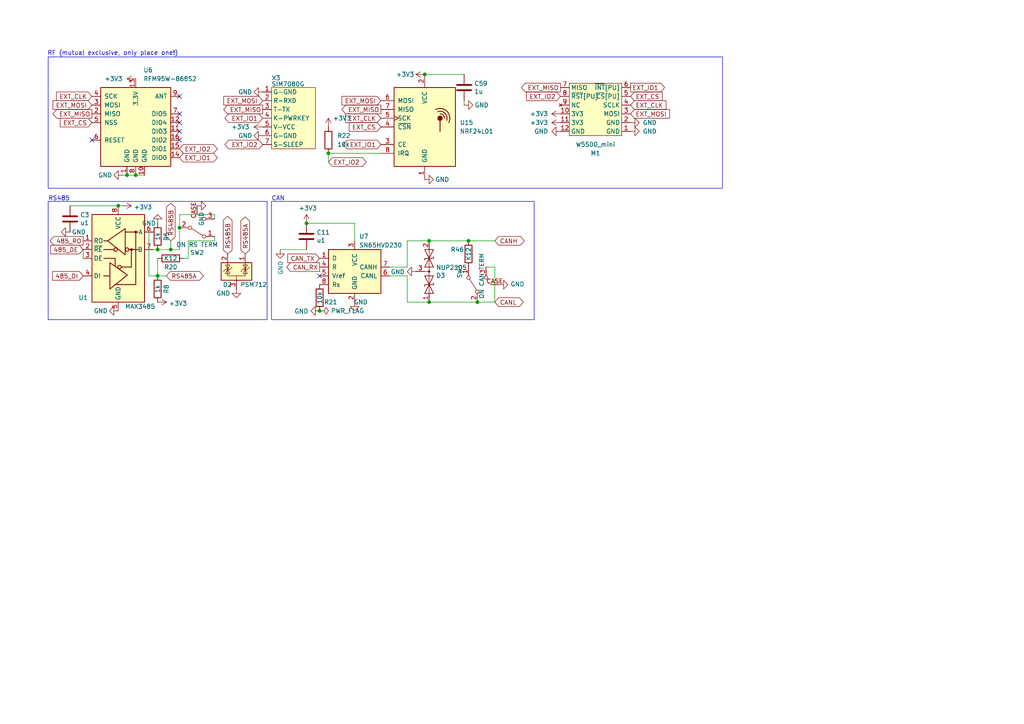
<source format=kicad_sch>
(kicad_sch (version 20231120) (generator "eeschema") (generator_version "8.0")
  (paper "A4")
  (title_block (title "lab@home") (date "2024-08-19") (rev "15.1") (company "Klaus Liebler"))
  (lib_symbols
    (symbol "Device:C" (pin_numbers hide) (pin_names (offset 0.254))
      (property "Reference" "C" (at 0.635 2.54 0))
      (property "Value" "C" (at 0.635 -2.54 0))
      (symbol "C_0_1"
        (polyline (pts (xy -2.032 -0.762) (xy 2.032 -0.762)) (stroke (width 0.508)))
        (polyline (pts (xy -2.032 0.762) (xy 2.032 0.762)) (stroke (width 0.508)))
      )
      (symbol "C_1_1"
        (pin passive line (at 0 3.81 270) (length 2.794) (name "~") (number "1"))
        (pin passive line (at 0 -3.81 90) (length 2.794) (name "~") (number "2"))
      )
    )
    (symbol "Device:R" (pin_numbers hide) (pin_names (offset 0))
      (property "Reference" "R" (at 2.032 0 90))
      (property "Value" "R" (at 0 0 90))
      (symbol "R_0_1"
        (rectangle (start -1.016 -2.54) (end 1.016 2.54) (stroke (width 0.254)))
      )
      (symbol "R_1_1"
        (pin passive line (at 0 3.81 270) (length 1.27) (name "~") (number "1"))
        (pin passive line (at 0 -3.81 90) (length 1.27) (name "~") (number "2"))
      )
    )
    (symbol "Diode:SM712_SOT23" (pin_names (offset 1.016) hide)
      (property "Reference" "D" (at 0 4.445 0))
      (property "Value" "SM712_SOT23" (at 0 2.54 0))
      (symbol "SM712_SOT23_0_0"
        (polyline (pts (xy 0 -1.27) (xy 0 0)))
      )
      (symbol "SM712_SOT23_0_1"
        (polyline (pts (xy -6.35 0) (xy 6.35 0)))
        (polyline (pts (xy -3.302 1.27) (xy -3.81 1.27) (xy -3.81 -1.27) (xy -4.318 -1.27)) (stroke (width 0.2032)))
        (polyline (pts (xy 4.318 1.27) (xy 3.81 1.27) (xy 3.81 -1.27) (xy 3.302 -1.27)) (stroke (width 0.2032)))
        (polyline (pts (xy -6.35 -1.27) (xy -1.27 1.27) (xy -1.27 -1.27) (xy -6.35 1.27) (xy -6.35 -1.27)) (stroke (width 0.2032)))
        (polyline (pts (xy 1.27 -1.27) (xy 1.27 1.27) (xy 6.35 -1.27) (xy 6.35 1.27) (xy 1.27 -1.27)) (stroke (width 0.2032)))
        (circle (center 0 0) (radius 0.254) (fill (type outline)))
      )
      (symbol "SM712_SOT23_1_1"
        (pin passive line (at -8.89 0 0) (length 2.54) (name "A1") (number "1"))
        (pin passive line (at 8.89 0 180) (length 2.54) (name "A2") (number "2"))
        (pin input line (at 0 -3.81 90) (length 2.54) (name "common") (number "3"))
      )
    )
    (symbol "Interface_CAN_LIN:SN65HVD230" (pin_names (offset 1.016))
      (property "Reference" "U" (at -2.54 10.16 0))
      (property "Value" "SN65HVD230" (at -2.54 7.62 0))
      (symbol "SN65HVD230_0_1"
        (rectangle (start -7.62 5.08) (end 7.62 -7.62) (stroke (width 0.254)) (fill (type background)))
      )
      (symbol "SN65HVD230_1_1"
        (pin input line (at -10.16 2.54 0) (length 2.54) (name "D") (number "1"))
        (pin power_in line (at 0 -10.16 90) (length 2.54) (name "GND") (number "2"))
        (pin power_in line (at 0 7.62 270) (length 2.54) (name "VCC") (number "3"))
        (pin output line (at -10.16 0 0) (length 2.54) (name "R") (number "4"))
        (pin output line (at -10.16 -2.54 0) (length 2.54) (name "Vref") (number "5"))
        (pin bidirectional line (at 10.16 -2.54 180) (length 2.54) (name "CANL") (number "6"))
        (pin bidirectional line (at 10.16 0 180) (length 2.54) (name "CANH") (number "7"))
        (pin input line (at -10.16 -5.08 0) (length 2.54) (name "Rs") (number "8"))
      )
    )
    (symbol "Interface_UART:MAX3485"
      (property "Reference" "U" (at -6.985 13.97 0))
      (property "Value" "MAX3485" (at 1.905 13.97 0))
      (symbol "MAX3485_0_1"
        (rectangle (start -7.62 12.7) (end 7.62 -12.7) (stroke (width 0.254)) (fill (type background)))
        (polyline (pts (xy -4.191 2.54) (xy -1.27 2.54)) (stroke (width 0.254)))
        (polyline (pts (xy -2.54 -5.08) (xy -4.191 -5.08)) (stroke (width 0.254)))
        (polyline (pts (xy -0.635 -7.62) (xy 5.08 -7.62)) (stroke (width 0.254)))
        (polyline (pts (xy 0.889 -2.54) (xy 3.81 -2.54)) (stroke (width 0.254)))
        (polyline (pts (xy 2.032 7.62) (xy 5.715 7.62)) (stroke (width 0.254)))
        (polyline (pts (xy 3.048 2.54) (xy 5.715 2.54)) (stroke (width 0.254)))
        (polyline (pts (xy 3.81 -2.54) (xy 3.81 2.54)) (stroke (width 0.254)))
        (polyline (pts (xy 5.08 -7.62) (xy 5.08 7.62)) (stroke (width 0.254)))
        (polyline (pts (xy -4.191 0) (xy -0.889 0) (xy -0.889 -2.286)) (stroke (width 0.254)))
        (polyline (pts (xy -3.175 5.08) (xy -4.191 5.08) (xy -4.064 5.08)) (stroke (width 0.254)))
        (polyline (pts (xy -2.413 -5.08) (xy -2.413 -1.27) (xy 2.667 -4.826) (xy -2.413 -8.89) (xy -2.413 -5.08)) (stroke (width 0.254)))
        (circle (center 0.381 -2.54) (radius 0.508) (stroke (width 0.254)))
        (circle (center 3.81 2.54) (radius 0.2794) (stroke (width 0.254)) (fill (type outline)))
      )
      (symbol "MAX3485_1_1"
        (circle (center -0.762 2.54) (radius 0.508) (stroke (width 0.254)))
        (polyline (pts (xy 2.032 4.826) (xy 2.032 8.636) (xy -3.048 5.08) (xy 2.032 1.016) (xy 2.032 4.826)) (stroke (width 0.254)))
        (circle (center 2.54 2.54) (radius 0.508) (stroke (width 0.254)))
        (circle (center 5.08 7.62) (radius 0.2794) (stroke (width 0.254)) (fill (type outline)))
        (pin output line (at -10.16 5.08 0) (length 2.54) (name "RO") (number "1"))
        (pin input line (at -10.16 2.54 0) (length 2.54) (name "~{RE}") (number "2"))
        (pin input line (at -10.16 0 0) (length 2.54) (name "DE") (number "3"))
        (pin input line (at -10.16 -5.08 0) (length 2.54) (name "DI") (number "4"))
        (pin power_in line (at 0 -15.24 90) (length 2.54) (name "GND") (number "5"))
        (pin bidirectional line (at 10.16 7.62 180) (length 2.54) (name "A") (number "6"))
        (pin bidirectional line (at 10.16 2.54 180) (length 2.54) (name "B") (number "7"))
        (pin power_in line (at 0 15.24 270) (length 2.54) (name "VCC") (number "8"))
      )
    )
    (symbol "Power_Protection:NUP2105L" (pin_names hide)
      (property "Reference" "D" (at 5.715 2.54 0))
      (property "Value" "NUP2105L" (at 5.715 0.635 0))
      (symbol "NUP2105L_0_0"
        (pin passive line (at 0 -5.08 90) (length 2.54) (name "A") (number "3"))
      )
      (symbol "NUP2105L_0_1"
        (rectangle (start -4.445 2.54) (end 4.445 -2.54) (stroke (width 0.254)) (fill (type background)))
        (polyline (pts (xy -2.54 2.54) (xy -2.54 0.635)))
        (polyline (pts (xy 0 -1.27) (xy 0 -2.54)))
        (polyline (pts (xy 2.54 2.54) (xy 2.54 0.635)))
        (polyline (pts (xy -3.81 1.27) (xy -3.175 0.635) (xy -1.905 0.635) (xy -1.27 0)))
        (polyline (pts (xy -2.54 0.635) (xy -2.54 -1.27) (xy 2.54 -1.27) (xy 2.54 0.635)))
        (polyline (pts (xy -2.54 0.635) (xy -1.905 -0.635) (xy -3.175 -0.635) (xy -2.54 0.635)))
        (polyline (pts (xy 2.54 0.635) (xy 1.905 -0.635) (xy 3.175 -0.635) (xy 2.54 0.635)))
        (polyline (pts (xy 2.54 0.635) (xy 3.175 1.905) (xy 1.905 1.905) (xy 2.54 0.635)))
        (polyline (pts (xy -2.54 0.635) (xy -3.175 1.905) (xy -1.905 1.905) (xy -2.54 0.635) (xy -2.54 1.27)))
        (polyline (pts (xy 1.27 1.27) (xy 1.905 0.635) (xy 2.54 0.635) (xy 3.175 0.635) (xy 3.81 0)))
      )
      (symbol "NUP2105L_1_1"
        (pin passive line (at -2.54 5.08 270) (length 2.54) (name "K") (number "1"))
        (pin passive line (at 2.54 5.08 270) (length 2.54) (name "K") (number "2"))
      )
    )
    (symbol "RF:NRF24L01_Breakout" (pin_names (offset 1.016))
      (property "Reference" "U" (at -8.89 12.7 0))
      (property "Value" "NRF24L01_Breakout" (at 3.81 12.7 0))
      (symbol "NRF24L01_Breakout_0_1"
        (rectangle (start -8.89 11.43) (end 8.89 -11.43) (stroke (width 0.254)) (fill (type background)))
        (polyline (pts (xy 4.445 1.905) (xy 4.445 -1.27)) (stroke (width 0.254)))
        (circle (center 4.445 2.54) (radius 0.635) (stroke (width 0.254)) (fill (type outline)))
        (arc (start 5.715 2.54) (mid 5.3521 3.4546) (end 4.445 3.81) (stroke (width 0.254)))
        (arc (start 6.35 1.905) (mid 5.8763 3.9854) (end 3.81 4.445) (stroke (width 0.254)))
        (arc (start 6.985 1.27) (mid 6.453 4.548) (end 3.175 5.08) (stroke (width 0.254)))
      )
      (symbol "NRF24L01_Breakout_1_1"
        (pin power_in line (at 0 -15.24 90) (length 3.81) (name "GND") (number "1"))
        (pin power_in line (at 0 15.24 270) (length 3.81) (name "VCC") (number "2"))
        (pin input line (at -12.7 -5.08 0) (length 3.81) (name "CE") (number "3"))
        (pin input line (at -12.7 0 0) (length 3.81) (name "~{CSN}") (number "4"))
        (pin input clock (at -12.7 2.54 0) (length 3.81) (name "SCK") (number "5"))
        (pin input line (at -12.7 7.62 0) (length 3.81) (name "MOSI") (number "6"))
        (pin output line (at -12.7 5.08 0) (length 3.81) (name "MISO") (number "7"))
        (pin output line (at -12.7 -7.62 0) (length 3.81) (name "IRQ") (number "8"))
      )
    )
    (symbol "RF_Module:RFM95W-868S2" (pin_names (offset 1.016))
      (property "Reference" "U" (at -10.414 11.684 0))
      (property "Value" "RFM95W-868S2" (at 1.524 11.43 0))
      (symbol "RFM95W-868S2_0_1"
        (rectangle (start -10.16 10.16) (end 10.16 -12.7) (stroke (width 0.254)) (fill (type background)))
      )
      (symbol "RFM95W-868S2_1_1"
        (pin power_in line (at -2.54 -15.24 90) (length 2.54) (name "GND") (number "1"))
        (pin power_in line (at 2.54 -15.24 90) (length 2.54) (name "GND") (number "10"))
        (pin bidirectional line (at 12.7 -2.54 180) (length 2.54) (name "DIO3") (number "11"))
        (pin bidirectional line (at 12.7 0 180) (length 2.54) (name "DIO4") (number "12"))
        (pin power_in line (at 0 12.7 270) (length 2.54) (name "3.3V") (number "13"))
        (pin bidirectional line (at 12.7 -10.16 180) (length 2.54) (name "DIO0") (number "14"))
        (pin bidirectional line (at 12.7 -7.62 180) (length 2.54) (name "DIO1") (number "15"))
        (pin bidirectional line (at 12.7 -5.08 180) (length 2.54) (name "DIO2") (number "16"))
        (pin output line (at -12.7 2.54 0) (length 2.54) (name "MISO") (number "2"))
        (pin input line (at -12.7 5.08 0) (length 2.54) (name "MOSI") (number "3"))
        (pin input line (at -12.7 7.62 0) (length 2.54) (name "SCK") (number "4"))
        (pin input line (at -12.7 0 0) (length 2.54) (name "NSS") (number "5"))
        (pin bidirectional line (at -12.7 -5.08 0) (length 2.54) (name "RESET") (number "6"))
        (pin bidirectional line (at 12.7 2.54 180) (length 2.54) (name "DIO5") (number "7"))
        (pin power_in line (at 0 -15.24 90) (length 2.54) (name "GND") (number "8"))
        (pin bidirectional line (at 12.7 7.62 180) (length 2.54) (name "ANT") (number "9"))
      )
    )
    (symbol "liebler_MECH:SW_SPDT_with_Case" (pin_names (offset 0) hide)
      (property "Reference" "SW1" (at 0 7.62 0))
      (property "Value" "SW_SPDT_with_Case" (at 0 5.08 0))
      (symbol "SW_SPDT_with_Case_0_0"
        (circle (center -2.032 0) (radius 0.508))
        (circle (center 2.032 -2.54) (radius 0.508))
      )
      (symbol "SW_SPDT_with_Case_0_1"
        (polyline (pts (xy -1.524 0.254) (xy 1.651 2.286)))
        (circle (center 2.032 2.54) (radius 0.508))
      )
      (symbol "SW_SPDT_with_Case_1_1"
        (pin passive line (at 5.08 2.54 180) (length 2.54) (name "A") (number "1"))
        (pin passive line (at -5.08 0 0) (length 2.54) (name "B") (number "2"))
        (pin passive line (at 5.08 -2.54 180) (length 2.54) (name "C") (number "3"))
        (pin passive line (at 0 -6.35 90) (length 2.54) (name "CASE") (number "CASE"))
      )
    )
    (symbol "liebler_MODULES:SIM7080G_AND_MODULE"
      (property "Reference" "X" (at 0 10.16 0))
      (property "Value" "SIM7080G_AND_MODULE" (at 0 12.7 0))
      (symbol "SIM7080G_AND_MODULE_0_1"
        (rectangle (start -6.35 8.89) (end 6.35 -8.89) (fill (type background)))
      )
      (symbol "SIM7080G_AND_MODULE_1_1"
        (pin power_in line (at -8.89 7.62 0) (length 2.54) (name "G-GND") (number "1"))
        (pin input line (at -8.89 5.08 0) (length 2.54) (name "R-RXD") (number "2"))
        (pin output line (at -8.89 2.54 0) (length 2.54) (name "T-TX") (number "3"))
        (pin input line (at -8.89 0 0) (length 2.54) (name "K-PWRKEY") (number "4"))
        (pin power_in line (at -8.89 -2.54 0) (length 2.54) (name "V-VCC") (number "5"))
        (pin power_in line (at -8.89 -5.08 0) (length 2.54) (name "G-GND") (number "6"))
        (pin power_in line (at -8.89 -7.62 0) (length 2.54) (name "S-SLEEP") (number "7"))
      )
    )
    (symbol "liebler_MODULES:W5500_mini"
      (property "Reference" "M" (at 0 11.43 0))
      (property "Value" "W5500_mini" (at 0 8.89 0))
      (symbol "W5500_mini_0_1"
        (rectangle (start -7.62 7.62) (end 7.62 -7.62) (fill (type background)))
      )
      (symbol "W5500_mini_1_1"
        (pin power_in line (at -10.16 6.35 0) (length 2.54) (name "GND") (number "1"))
        (pin power_in line (at 10.16 1.27 180) (length 2.54) (name "3V3") (number "10"))
        (pin power_in line (at 10.16 3.81 180) (length 2.54) (name "3V3") (number "11"))
        (pin power_in line (at 10.16 6.35 180) (length 2.54) (name "GND") (number "12"))
        (pin power_in line (at -10.16 3.81 0) (length 2.54) (name "GND") (number "2"))
        (pin input line (at -10.16 1.27 0) (length 2.54) (name "MOSI") (number "3"))
        (pin input line (at -10.16 -1.27 0) (length 2.54) (name "SCLK") (number "4"))
        (pin input line (at -10.16 -3.81 0) (length 2.54) (name "~{CS}[PU]") (number "5"))
        (pin output line (at -10.16 -6.35 0) (length 2.54) (name "~{INT}[PU]") (number "6"))
        (pin output line (at 10.16 -6.35 180) (length 2.54) (name "MISO") (number "7"))
        (pin input line (at 10.16 -3.81 180) (length 2.54) (name "~{RST}[PU]") (number "8"))
        (pin no_connect line (at 10.16 -1.27 180) (length 2.54) (name "NC") (number "9"))
      )
    )
    (symbol "power:+3V3" (power) (pin_numbers hide) (pin_names (offset 0) hide)
      (property "Value" "+3V3" (at 0 3.556 0))
      (symbol "+3V3_0_1"
        (polyline (pts (xy -0.762 1.27) (xy 0 2.54)))
        (polyline (pts (xy 0 0) (xy 0 2.54)))
        (polyline (pts (xy 0 2.54) (xy 0.762 1.27)))
      )
      (symbol "+3V3_1_1"
        (pin power_in line (at 0 0 90) (length 0) (name "~") (number "1"))
      )
    )
    (symbol "power:GND" (power) (pin_numbers hide) (pin_names (offset 0) hide)
      (property "Value" "GND" (at 0 -3.81 0))
      (symbol "GND_0_1"
        (polyline (pts (xy 0 0) (xy 0 -1.27) (xy 1.27 -1.27) (xy 0 -2.54) (xy -1.27 -1.27) (xy 0 -1.27)))
      )
      (symbol "GND_1_1"
        (pin power_in line (at 0 0 270) (length 0) (name "~") (number "1"))
      )
    )
    (symbol "power:PWR_FLAG" (power) (pin_numbers hide) (pin_names (offset 0) hide)
      (property "Value" "PWR_FLAG" (at 0 3.81 0))
      (symbol "PWR_FLAG_0_0"
        (pin power_out line (at 0 0 90) (length 0) (name "~") (number "1"))
      )
      (symbol "PWR_FLAG_0_1"
        (polyline (pts (xy 0 0) (xy 0 1.27) (xy -1.016 1.905) (xy 0 2.54) (xy 1.016 1.905) (xy 0 1.27)))
      )
    )
  )
  (junction (at 138.43 87.63))
  (junction (at 95.25 44.45))
  (junction (at 52.07 66.04))
  (junction (at 88.9 64.77))
  (junction (at 123.19 21.59))
  (junction (at 135.89 69.85))
  (junction (at 45.72 80.01))
  (junction (at 49.53 72.39))
  (junction (at 34.29 59.69))
  (junction (at 39.37 50.8))
  (junction (at 36.83 50.8))
  (junction (at 92.71 90.17))
  (junction (at 124.46 87.63))
  (junction (at 45.72 72.39))
  (junction (at 124.46 69.85))
  (no_connect (at 52.07 27.94))
  (no_connect (at 52.07 35.56))
  (no_connect (at 52.07 38.1))
  (no_connect (at 26.67 40.64))
  (no_connect (at 52.07 40.64))
  (no_connect (at 52.07 33.02))
  (no_connect (at 92.71 80.01))
  (wire (pts (xy 54.61 69.85) (xy 54.61 74.93)))
  (wire (pts (xy 49.53 69.85) (xy 49.53 72.39)))
  (wire (pts (xy 35.56 50.8) (xy 36.83 50.8)))
  (wire (pts (xy 88.9 72.39) (xy 81.28 72.39)))
  (wire (pts (xy 43.18 80.01) (xy 43.18 67.31)))
  (wire (pts (xy 124.46 69.85) (xy 135.89 69.85)))
  (wire (pts (xy 52.07 62.23) (xy 62.23 62.23)))
  (wire (pts (xy 45.72 80.01) (xy 45.72 74.93)))
  (wire (pts (xy 143.51 77.47) (xy 143.51 87.63)))
  (wire (pts (xy 138.43 87.63) (xy 143.51 87.63)))
  (wire (pts (xy 113.03 80.01) (xy 118.11 80.01)))
  (wire (pts (xy 36.83 50.8) (xy 39.37 50.8)))
  (wire (pts (xy 95.25 44.45) (xy 95.25 46.99)))
  (wire (pts (xy 135.89 69.85) (xy 143.51 69.85)))
  (wire (pts (xy 49.53 72.39) (xy 52.07 72.39)))
  (wire (pts (xy 62.23 62.23) (xy 62.23 63.5)))
  (wire (pts (xy 43.18 80.01) (xy 45.72 80.01)))
  (wire (pts (xy 48.26 80.01) (xy 45.72 80.01)))
  (wire (pts (xy 49.53 72.39) (xy 45.72 72.39)))
  (wire (pts (xy 88.9 64.77) (xy 102.87 64.77)))
  (wire (pts (xy 124.46 87.63) (xy 138.43 87.63)))
  (wire (pts (xy 95.25 44.45) (xy 110.49 44.45)))
  (wire (pts (xy 118.11 87.63) (xy 124.46 87.63)))
  (wire (pts (xy 43.18 67.31) (xy 44.45 67.31)))
  (wire (pts (xy 118.11 80.01) (xy 118.11 87.63)))
  (wire (pts (xy 134.62 29.21) (xy 134.62 30.48)))
  (wire (pts (xy 118.11 77.47) (xy 113.03 77.47)))
  (wire (pts (xy 124.46 69.85) (xy 118.11 69.85)))
  (wire (pts (xy 54.61 74.93) (xy 53.34 74.93)))
  (wire (pts (xy 123.19 21.59) (xy 134.62 21.59)))
  (wire (pts (xy 52.07 66.04) (xy 52.07 62.23)))
  (wire (pts (xy 20.32 59.69) (xy 34.29 59.69)))
  (wire (pts (xy 140.97 77.47) (xy 143.51 77.47)))
  (wire (pts (xy 62.23 68.58) (xy 62.23 69.85)))
  (wire (pts (xy 45.72 72.39) (xy 44.45 72.39)))
  (wire (pts (xy 52.07 72.39) (xy 52.07 66.04)))
  (wire (pts (xy 39.37 50.8) (xy 41.91 50.8)))
  (wire (pts (xy 102.87 69.85) (xy 102.87 64.77)))
  (wire (pts (xy 118.11 69.85) (xy 118.11 77.47)))
  (wire (pts (xy 24.13 72.39) (xy 24.13 74.93)))
  (wire (pts (xy 62.23 69.85) (xy 54.61 69.85)))
  (wire (pts (xy 34.29 59.69) (xy 35.56 59.69)))
  (rectangle (start 13.97 58.42) (end 77.47 92.71))
  (rectangle (start 13.97 16.51) (end 209.55 54.61))
  (rectangle (start 78.74 58.42) (end 154.94 92.71))
  (text "RF (mutual exclusive, only place one!)" (at 13.716 16.256 0) (effects (font (size 1.27 1.27)) (justify left bottom)))
  (text "RS485" (at 13.97 58.42 0) (effects (font (size 1.27 1.27)) (justify left bottom)))
  (text "CAN" (at 78.74 58.42 0) (effects (font (size 1.27 1.27)) (justify left bottom)))
  (global_label "EXT_IO1" (shape bidirectional) (at 110.49 41.91 180) (property "Intersheetrefs" "${INTERSHEET_REFS}" (effects (hide yes))))
  (global_label "EXT_IO1" (shape bidirectional) (at 52.07 45.72 0) (property "Intersheetrefs" "${INTERSHEET_REFS}" (effects (hide yes))))
  (global_label "EXT_MISO" (shape output) (at 162.56 25.4 180) (property "Intersheetrefs" "${INTERSHEET_REFS}" (effects (hide yes))))
  (global_label "EXT_CS" (shape input) (at 110.49 36.83 180) (property "Intersheetrefs" "${INTERSHEET_REFS}" (effects (hide yes))))
  (global_label "EXT_MISO" (shape output) (at 76.2 31.75 180) (property "Intersheetrefs" "${INTERSHEET_REFS}" (effects (hide yes))))
  (global_label "RS485A" (shape bidirectional) (at 71.12 73.66 90) (property "Intersheetrefs" "${INTERSHEET_REFS}" (effects (hide yes))))
  (global_label "EXT_IO1" (shape output) (at 182.88 25.4 0) (property "Intersheetrefs" "${INTERSHEET_REFS}" (effects (hide yes))))
  (global_label "EXT_CS" (shape input) (at 26.67 35.56 180) (property "Intersheetrefs" "${INTERSHEET_REFS}" (effects (hide yes))))
  (global_label "EXT_CS" (shape input) (at 182.88 27.94 0) (property "Intersheetrefs" "${INTERSHEET_REFS}" (effects (hide yes))))
  (global_label "CAN_TX" (shape input) (at 92.71 74.93 180) (property "Intersheetrefs" "${INTERSHEET_REFS}" (effects (hide yes))))
  (global_label "EXT_IO2" (shape bidirectional) (at 52.07 43.18 0) (property "Intersheetrefs" "${INTERSHEET_REFS}" (effects (hide yes))))
  (global_label "EXT_IO2" (shape bidirectional) (at 76.2 41.91 180) (property "Intersheetrefs" "${INTERSHEET_REFS}" (effects (hide yes))))
  (global_label "EXT_MISO" (shape output) (at 110.49 31.75 180) (property "Intersheetrefs" "${INTERSHEET_REFS}" (effects (hide yes))))
  (global_label "CANH" (shape bidirectional) (at 143.51 69.85 0) (property "Intersheetrefs" "${INTERSHEET_REFS}" (effects (hide yes))))
  (global_label "EXT_MOSI" (shape input) (at 26.67 30.48 180) (property "Intersheetrefs" "${INTERSHEET_REFS}" (effects (hide yes))))
  (global_label "EXT_IO2" (shape bidirectional) (at 95.25 46.99 0) (property "Intersheetrefs" "${INTERSHEET_REFS}" (effects (hide yes))))
  (global_label "RS485B" (shape bidirectional) (at 49.53 69.85 90) (property "Intersheetrefs" "${INTERSHEET_REFS}" (effects (hide yes))))
  (global_label "RS485B" (shape bidirectional) (at 66.04 73.66 90) (property "Intersheetrefs" "${INTERSHEET_REFS}" (effects (hide yes))))
  (global_label "CAN_RX" (shape output) (at 92.71 77.47 180) (property "Intersheetrefs" "${INTERSHEET_REFS}" (effects (hide yes))))
  (global_label "EXT_CLK" (shape input) (at 26.67 27.94 180) (property "Intersheetrefs" "${INTERSHEET_REFS}" (effects (hide yes))))
  (global_label "RS485A" (shape bidirectional) (at 48.26 80.01 0) (property "Intersheetrefs" "${INTERSHEET_REFS}" (effects (hide yes))))
  (global_label "CANL" (shape bidirectional) (at 143.51 87.63 0) (property "Intersheetrefs" "${INTERSHEET_REFS}" (effects (hide yes))))
  (global_label "EXT_MOSI" (shape input) (at 182.88 33.02 0) (property "Intersheetrefs" "${INTERSHEET_REFS}" (effects (hide yes))))
  (global_label "EXT_CLK" (shape input) (at 182.88 30.48 0) (property "Intersheetrefs" "${INTERSHEET_REFS}" (effects (hide yes))))
  (global_label "485_RO" (shape output) (at 24.13 69.85 180) (property "Intersheetrefs" "${INTERSHEET_REFS}" (effects (hide yes))))
  (global_label "EXT_MOSI" (shape input) (at 110.49 29.21 180) (property "Intersheetrefs" "${INTERSHEET_REFS}" (effects (hide yes))))
  (global_label "EXT_MISO" (shape output) (at 26.67 33.02 180) (property "Intersheetrefs" "${INTERSHEET_REFS}" (effects (hide yes))))
  (global_label "485_DI" (shape input) (at 24.13 80.01 180) (property "Intersheetrefs" "${INTERSHEET_REFS}" (effects (hide yes))))
  (global_label "EXT_IO1" (shape bidirectional) (at 76.2 34.29 180) (property "Intersheetrefs" "${INTERSHEET_REFS}" (effects (hide yes))))
  (global_label "EXT_CLK" (shape input) (at 110.49 34.29 180) (property "Intersheetrefs" "${INTERSHEET_REFS}" (effects (hide yes))))
  (global_label "EXT_MOSI" (shape input) (at 76.2 29.21 180) (property "Intersheetrefs" "${INTERSHEET_REFS}" (effects (hide yes))))
  (global_label "EXT_IO2" (shape input) (at 162.56 27.94 180) (property "Intersheetrefs" "${INTERSHEET_REFS}" (effects (hide yes))))
  (global_label "485_DE" (shape input) (at 24.13 72.39 180) (property "Intersheetrefs" "${INTERSHEET_REFS}" (effects (hide yes))))
  (symbol (lib_id "power:PWR_FLAG") (at 92.71 90.17 270) (unit 1)
    (property "Reference" "#FLG01" (effects (hide yes)))
    (property "Value" "PWR_FLAG" (at 95.9612 90.17 90) (effects (justify left)))
    (property "Description" "Special symbol for telling ERC where power comes from" (effects (hide yes)))
  )
  (symbol (lib_id "power:GND") (at 120.65 78.74 270) (unit 1)
    (property "Reference" "#PWR052" (effects (hide yes)))
    (property "Value" "GND" (at 117.3988 78.867 90) (effects (justify right)))
    (property "Description" "Power symbol creates a global label with name \"GND\" , ground" (effects (hide yes)))
  )
  (symbol (lib_id "power:+3V3") (at 88.9 64.77 0) (unit 1)
    (property "Reference" "#PWR041" (effects (hide yes)))
    (property "Value" "+3V3" (at 89.281 60.3758 0))
    (property "Description" "Power symbol creates a global label with name \"+3V3\"" (effects (hide yes)))
  )
  (symbol (lib_id "Device:R") (at 135.89 73.66 180) (unit 1)
    (property "Reference" "R46" (at 134.62 72.39 0) (effects (justify left)))
    (property "Value" "K12" (at 135.89 73.66 90))
    (property "Footprint" "Resistor_SMD:R_1206_3216Metric_Pad1.30x1.75mm_HandSolder" (effects (hide yes)))
  )
  (symbol (lib_id "Diode:SM712_SOT23") (at 124.46 78.74 270) (mirror x) (unit 1)
    (property "Reference" "D3" (at 126.4666 79.9084 90) (effects (justify left)))
    (property "Value" "NUP2105" (at 126.4666 77.597 90) (effects (justify left)))
    (property "Footprint" "Package_TO_SOT_SMD:SOT-23_Handsoldering" (effects (hide yes)))
    (property "Datasheet" "https://www.littelfuse.com/~/media/electronics/datasheets/tvs_diode_arrays/littelfuse_tvs_diode_array_sm712_datasheet.pdf.pdf" (effects (hide yes)))
  )
  (symbol (lib_id "power:+3V3") (at 95.25 36.83 0) (unit 1)
    (property "Reference" "#PWR047" (effects (hide yes)))
    (property "Value" "+3V3" (at 96.52 34.29 0) (effects (justify left)))
    (property "Description" "Power symbol creates a global label with name \"+3V3\"" (effects (hide yes)))
  )
  (symbol (lib_id "Device:R") (at 92.71 86.36 0) (unit 1)
    (property "Reference" "R21" (at 93.98 87.63 0) (effects (justify left)))
    (property "Value" "10k" (at 92.71 86.36 90))
    (property "Footprint" "Resistor_SMD:R_0201_0603Metric" (effects (hide yes)))
  )
  (symbol (lib_id "Interface_CAN_LIN:SN65HVD230") (at 102.87 77.47 0) (unit 1)
    (property "Reference" "U7" (at 104.14 68.58 0) (effects (justify left)))
    (property "Value" "SN65HVD230" (at 104.14 71.12 0) (effects (justify left)))
    (property "Footprint" "liebler_SEMICONDUCTORS:SOIC-8_3.9x4.9mm_Pitch1.27mm_handsolder" (effects (hide yes)))
    (property "Datasheet" "http://www.ti.com/lit/ds/symlink/sn65hvd230.pdf" (effects (hide yes)))
  )
  (symbol (lib_id "power:GND") (at 144.78 82.55 90) (unit 1)
    (property "Reference" "#PWR0211" (effects (hide yes)))
    (property "Value" "GND" (at 148.0312 82.423 90) (effects (justify right)))
    (property "Description" "Power symbol creates a global label with name \"GND\" , ground" (effects (hide yes)))
  )
  (symbol (lib_id "Interface_UART:MAX3485") (at 34.29 74.93 0) (unit 1)
    (property "Reference" "U1" (at 24.13 86.36 0))
    (property "Value" "MAX3485" (at 40.64 88.9 0))
    (property "Footprint" "liebler_SEMICONDUCTORS:SOIC-8_3.9x4.9mm_Pitch1.27mm_handsolder" (effects (hide yes)))
    (property "Datasheet" "https://datasheets.maximintegrated.com/en/ds/MAX3483-MAX3491.pdf" (effects (hide yes)))
    (property "Description" "True RS-485/RS-422, 10Mbps, Slew-Rate Limited, with low-power shutdown, with receiver/driver enable, 32 receiver drive capacitity, DIP-8 and SOIC-8" (effects (hide yes)))
  )
  (symbol (lib_id "power:GND") (at 102.87 87.63 0) (unit 1)
    (property "Reference" "#PWR051" (effects (hide yes)))
    (property "Value" "GND" (at 106.68 87.63 0) (effects (justify right)))
    (property "Description" "Power symbol creates a global label with name \"GND\" , ground" (effects (hide yes)))
  )
  (symbol (lib_id "Device:C") (at 20.32 63.5 180) (unit 1)
    (property "Reference" "C3" (at 23.241 62.3316 0) (effects (justify right)))
    (property "Value" "u1" (at 23.241 64.643 0) (effects (justify right)))
    (property "Footprint" "Capacitor_SMD:C_0201_0603Metric" (effects (hide yes)))
  )
  (symbol (lib_id "RF:NRF24L01_Breakout") (at 123.19 36.83 0) (unit 1)
    (property "Reference" "U15" (at 133.35 35.5599 0) (effects (justify left)))
    (property "Value" "NRF24L01" (at 133.35 38.0999 0) (effects (justify left)))
    (property "Footprint" "RF_Module:nRF24L01_Breakout" (effects (hide yes)))
    (property "Datasheet" "http://www.nordicsemi.com/eng/content/download/2730/34105/file/nRF24L01_Product_Specification_v2_0.pdf" (effects (hide yes)))
    (property "Description" "Ultra low power 2.4GHz RF Transceiver, Carrier PCB" (effects (hide yes)))
  )
  (symbol (lib_id "Device:R") (at 45.72 83.82 180) (unit 1)
    (property "Reference" "R8" (at 48.26 83.82 90))
    (property "Value" "1k" (at 45.72 83.82 90))
    (property "Footprint" "Resistor_SMD:R_0402_1005Metric" (effects (hide yes)))
  )
  (symbol (lib_id "power:GND") (at 34.29 90.17 270) (unit 1)
    (property "Reference" "#PWR03" (effects (hide yes)))
    (property "Value" "GND" (at 29.21 90.17 90))
    (property "Description" "Power symbol creates a global label with name \"GND\" , ground" (effects (hide yes)))
  )
  (symbol (lib_id "power:+3V3") (at 76.2 36.83 90) (unit 1)
    (property "Reference" "#PWR017" (effects (hide yes)))
    (property "Value" "+3V3" (at 72.39 36.83 90) (effects (justify left)))
    (property "Description" "Power symbol creates a global label with name \"+3V3\"" (effects (hide yes)))
  )
  (symbol (lib_id "power:GND") (at 35.56 50.8 270) (unit 1)
    (property "Reference" "#PWR08" (effects (hide yes)))
    (property "Value" "GND" (at 30.48 50.8 90))
    (property "Description" "Power symbol creates a global label with name \"GND\" , ground" (effects (hide yes)))
  )
  (symbol (lib_id "power:+3V3") (at 162.56 33.02 90) (unit 1)
    (property "Reference" "#PWR0157" (effects (hide yes)))
    (property "Value" "+3V3" (at 153.67 33.02 90) (effects (justify right)))
    (property "Description" "Power symbol creates a global label with name \"+3V3\"" (effects (hide yes)))
  )
  (symbol (lib_id "power:+3V3") (at 162.56 35.56 90) (unit 1)
    (property "Reference" "#PWR0158" (effects (hide yes)))
    (property "Value" "+3V3" (at 153.67 35.56 90) (effects (justify right)))
    (property "Description" "Power symbol creates a global label with name \"+3V3\"" (effects (hide yes)))
  )
  (symbol (lib_id "power:GND") (at 134.62 30.48 90) (unit 1)
    (property "Reference" "#PWR0156" (effects (hide yes)))
    (property "Value" "GND" (at 139.7 30.48 90))
    (property "Description" "Power symbol creates a global label with name \"GND\" , ground" (effects (hide yes)))
  )
  (symbol (lib_id "liebler_MECH:SW_SPDT_with_Case") (at 138.43 82.55 90) (unit 1)
    (property "Reference" "SW3" (at 133.35 78.74 0))
    (property "Value" "ON CAN TERM" (at 139.7 80.01 0))
    (property "Footprint" "liebler_MECH:SW_SPDT_PCM12_handsolder" (effects (hide yes)))
    (property "Description" "Switch, single pole double throw" (effects (hide yes)))
  )
  (symbol (lib_id "power:GND") (at 57.15 59.69 90) (unit 1)
    (property "Reference" "#PWR0213" (effects (hide yes)))
    (property "Value" "GND" (at 58.42 63.5 0))
    (property "Description" "Power symbol creates a global label with name \"GND\" , ground" (effects (hide yes)))
  )
  (symbol (lib_id "power:GND") (at 68.58 83.82 0) (unit 1)
    (property "Reference" "#PWR014" (effects (hide yes)))
    (property "Value" "GND" (at 64.77 85.09 0))
    (property "Description" "Power symbol creates a global label with name \"GND\" , ground" (effects (hide yes)))
  )
  (symbol (lib_id "Device:R") (at 45.72 68.58 180) (unit 1)
    (property "Reference" "R5" (at 48.26 68.58 90))
    (property "Value" "1k" (at 45.72 68.58 90))
    (property "Footprint" "Resistor_SMD:R_0402_1005Metric" (effects (hide yes)))
  )
  (symbol (lib_id "power:GND") (at 76.2 39.37 270) (unit 1)
    (property "Reference" "#PWR024" (effects (hide yes)))
    (property "Value" "GND" (at 71.12 39.37 90))
    (property "Description" "Power symbol creates a global label with name \"GND\" , ground" (effects (hide yes)))
  )
  (symbol (lib_id "Device:R") (at 49.53 74.93 90) (unit 1)
    (property "Reference" "R20" (at 49.53 77.47 90))
    (property "Value" "K12" (at 49.53 74.93 90))
    (property "Footprint" "Resistor_SMD:R_1206_3216Metric_Pad1.30x1.75mm_HandSolder" (effects (hide yes)))
  )
  (symbol (lib_id "power:GND") (at 123.19 52.07 90) (unit 1)
    (property "Reference" "#PWR0155" (effects (hide yes)))
    (property "Value" "GND" (at 128.27 52.07 90))
    (property "Description" "Power symbol creates a global label with name \"GND\" , ground" (effects (hide yes)))
  )
  (symbol (lib_id "liebler_MECH:SW_SPDT_with_Case") (at 57.15 66.04 0) (mirror x) (unit 1)
    (property "Reference" "SW2" (at 57.15 73.279 0))
    (property "Value" "ON RS TERM" (at 57.15 70.9676 0))
    (property "Footprint" "liebler_MECH:SW_SPDT_PCM12_handsolder" (effects (hide yes)))
    (property "Description" "Switch, single pole double throw" (effects (hide yes)))
  )
  (symbol (lib_id "power:+3V3") (at 39.37 22.86 90) (unit 1)
    (property "Reference" "#PWR010" (effects (hide yes)))
    (property "Value" "+3V3" (at 35.56 22.86 90) (effects (justify left)))
    (property "Description" "Power symbol creates a global label with name \"+3V3\"" (effects (hide yes)))
  )
  (symbol (lib_id "liebler_MODULES:SIM7080G_AND_MODULE") (at 85.09 34.29 0) (unit 1)
    (property "Reference" "X3" (at 78.74 22.606 0) (effects (justify left)))
    (property "Value" "SIM7080G" (at 78.74 24.384 0) (effects (justify left)))
    (property "Footprint" "liebler_MODULES:SIM7080G_AND_MODULE" (effects (hide yes)))
  )
  (symbol (lib_id "power:GND") (at 182.88 38.1 90) (unit 1)
    (property "Reference" "#PWR0195" (effects (hide yes)))
    (property "Value" "GND" (at 190.5 38.1 90) (effects (justify left)))
    (property "Description" "Power symbol creates a global label with name \"GND\" , ground" (effects (hide yes)))
  )
  (symbol (lib_id "power:GND") (at 182.88 35.56 90) (unit 1)
    (property "Reference" "#PWR0162" (effects (hide yes)))
    (property "Value" "GND" (at 190.5 35.56 90) (effects (justify left)))
    (property "Description" "Power symbol creates a global label with name \"GND\" , ground" (effects (hide yes)))
  )
  (symbol (lib_id "power:+3V3") (at 45.72 87.63 270) (unit 1)
    (property "Reference" "#PWR013" (effects (hide yes)))
    (property "Value" "+3V3" (at 48.9712 88.011 90) (effects (justify left)))
    (property "Description" "Power symbol creates a global label with name \"+3V3\"" (effects (hide yes)))
  )
  (symbol (lib_id "power:GND") (at 76.2 26.67 270) (unit 1)
    (property "Reference" "#PWR016" (effects (hide yes)))
    (property "Value" "GND" (at 71.12 26.67 90))
    (property "Description" "Power symbol creates a global label with name \"GND\" , ground" (effects (hide yes)))
  )
  (symbol (lib_id "Power_Protection:NUP2105L") (at 68.58 78.74 0) (mirror y) (unit 1)
    (property "Reference" "D2" (at 67.31 82.55 0) (effects (justify left)))
    (property "Value" "PSM712" (at 77.47 82.55 0) (effects (justify left)))
    (property "Footprint" "Package_TO_SOT_SMD:SOT-23_Handsoldering" (effects (hide yes)))
    (property "Datasheet" "https://www.onsemi.com/pub_link/Collateral/NUP2105L-D.PDF" (effects (hide yes)))
    (property "Description" "Dual Line CAN Bus Protector, 24Vrwm" (effects (hide yes)))
  )
  (symbol (lib_id "RF_Module:RFM95W-868S2") (at 39.37 35.56 0) (unit 1)
    (property "Reference" "U6" (at 41.5641 20.32 0) (effects (justify left)))
    (property "Value" "RFM95W-868S2" (at 41.5641 22.86 0) (effects (justify left)))
    (property "Footprint" "RF_Module:HOPERF_RFM9XW_THT" (effects (hide yes)))
    (property "Datasheet" "https://www.hoperf.com/data/upload/portal/20181127/5bfcbea20e9ef.pdf" (effects (hide yes)))
    (property "Description" "Low power long range transceiver module, SPI and parallel interface, 868 MHz, spreading factor 6 to12, bandwidth 7.8 to 500kHz, -111 to -148 dBm, SMD-16, DIP-16" (effects (hide yes)))
  )
  (symbol (lib_id "power:+3V3") (at 35.56 59.69 270) (unit 1)
    (property "Reference" "#PWR02" (effects (hide yes)))
    (property "Value" "+3V3" (at 38.8112 60.071 90) (effects (justify left)))
    (property "Description" "Power symbol creates a global label with name \"+3V3\"" (effects (hide yes)))
  )
  (symbol (lib_id "power:GND") (at 20.32 67.31 270) (unit 1)
    (property "Reference" "#PWR01" (effects (hide yes)))
    (property "Value" "GND" (at 22.86 67.31 90))
    (property "Description" "Power symbol creates a global label with name \"GND\" , ground" (effects (hide yes)))
  )
  (symbol (lib_id "power:GND") (at 81.28 72.39 0) (unit 1)
    (property "Reference" "#PWR028" (effects (hide yes)))
    (property "Value" "GND" (at 81.407 75.6412 90) (effects (justify right)))
    (property "Description" "Power symbol creates a global label with name \"GND\" , ground" (effects (hide yes)))
  )
  (symbol (lib_id "power:GND") (at 92.71 90.17 270) (unit 1)
    (property "Reference" "#PWR046" (effects (hide yes)))
    (property "Value" "GND" (at 89.4588 90.297 90) (effects (justify right)))
    (property "Description" "Power symbol creates a global label with name \"GND\" , ground" (effects (hide yes)))
  )
  (symbol (lib_id "liebler_MODULES:W5500_mini") (at 172.72 31.75 180) (unit 1)
    (property "Reference" "M1" (at 172.72 44.45 0))
    (property "Value" "W5500_mini" (at 172.72 41.91 0))
    (property "Footprint" "liebler_MODULES:W5500-mini" (effects (hide yes)))
  )
  (symbol (lib_id "power:GND") (at 45.72 64.77 180) (unit 1)
    (property "Reference" "#PWR011" (effects (hide yes)))
    (property "Value" "GND" (at 43.18 64.77 0))
    (property "Description" "Power symbol creates a global label with name \"GND\" , ground" (effects (hide yes)))
  )
  (symbol (lib_id "Device:R") (at 95.25 40.64 0) (unit 1)
    (property "Reference" "R22" (at 97.79 39.3699 0) (effects (justify left)))
    (property "Value" "10k" (at 97.79 41.9099 0) (effects (justify left)))
    (property "Footprint" "Resistor_SMD:R_0201_0603Metric" (effects (hide yes)))
  )
  (symbol (lib_id "power:GND") (at 162.56 38.1 270) (unit 1)
    (property "Reference" "#PWR0161" (effects (hide yes)))
    (property "Value" "GND" (at 154.94 38.1 90) (effects (justify left)))
    (property "Description" "Power symbol creates a global label with name \"GND\" , ground" (effects (hide yes)))
  )
  (symbol (lib_id "power:+3V3") (at 123.19 21.59 90) (unit 1)
    (property "Reference" "#PWR055" (effects (hide yes)))
    (property "Value" "+3V3" (at 120.142 21.59 90) (effects (justify left)))
    (property "Description" "Power symbol creates a global label with name \"+3V3\"" (effects (hide yes)))
  )
  (symbol (lib_id "Device:C") (at 88.9 68.58 0) (unit 1)
    (property "Reference" "C11" (at 91.821 67.4116 0) (effects (justify left)))
    (property "Value" "u1" (at 91.821 69.723 0) (effects (justify left)))
    (property "Footprint" "Capacitor_SMD:C_0201_0603Metric" (effects (hide yes)))
  )
  (symbol (lib_id "Device:C") (at 134.62 25.4 0) (unit 1)
    (property "Reference" "C59" (at 137.541 24.2316 0) (effects (justify left)))
    (property "Value" "1u" (at 137.541 26.543 0) (effects (justify left)))
    (property "Footprint" "Capacitor_SMD:C_0402_1005Metric" (effects (hide yes)))
  )
)
</source>
